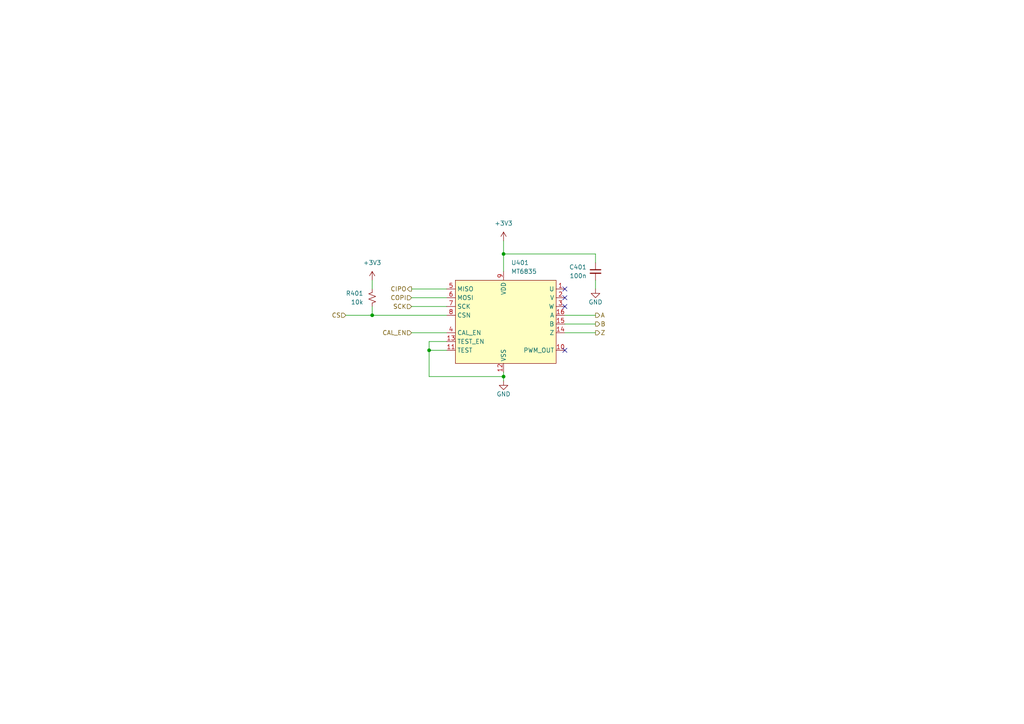
<source format=kicad_sch>
(kicad_sch (version 20231120) (generator "eeschema") (generator_version "8.0")
  (paper "A4")
  (title_block (title "MAGNETIC ENCODER 14 BIT") (date "2023-10-11") (rev "0.1") (company "matei repair lab"))
  (lib_symbols
    (symbol "Device:C_Small" (pin_numbers hide) (pin_names (offset 0.254) hide)
      (property "Reference" "C" (at 0.254 1.778 0))
      (property "Value" "C_Small" (at 0.254 -2.032 0))
      (symbol "C_Small_0_1"
        (polyline (pts (xy -1.524 -0.508) (xy 1.524 -0.508)) (stroke (width 0.3302)))
        (polyline (pts (xy -1.524 0.508) (xy 1.524 0.508)) (stroke (width 0.3048)))
      )
      (symbol "C_Small_1_1"
        (pin passive line (at 0 2.54 270) (length 2.032) (name "~") (number "1"))
        (pin passive line (at 0 -2.54 90) (length 2.032) (name "~") (number "2"))
      )
    )
    (symbol "Device:R_Small_US" (pin_numbers hide) (pin_names (offset 0.254) hide)
      (property "Reference" "R" (at 0.762 0.508 0))
      (property "Value" "R_Small_US" (at 0.762 -1.016 0))
      (symbol "R_Small_US_1_1"
        (polyline (pts (xy 0 0) (xy 1.016 -0.381) (xy 0 -0.762) (xy -1.016 -1.143) (xy 0 -1.524)))
        (polyline (pts (xy 0 1.524) (xy 1.016 1.143) (xy 0 0.762) (xy -1.016 0.381) (xy 0 0)))
        (pin passive line (at 0 2.54 270) (length 1.016) (name "~") (number "1"))
        (pin passive line (at 0 -2.54 90) (length 1.016) (name "~") (number "2"))
      )
    )
    (symbol "matei:MT6835"
      (property "Reference" "U" (at 0 6.35 0))
      (property "Value" "MT6835" (at 0 2.54 0))
      (symbol "MT6835_0_0"
        (pin output line (at 17.78 12.7 180) (length 2.54) (name "U") (number "1"))
        (pin output line (at 17.78 -5.08 180) (length 2.54) (name "PWM_OUT") (number "10"))
        (pin output line (at 17.78 0 180) (length 2.54) (name "Z") (number "14"))
        (pin output line (at 17.78 2.54 180) (length 2.54) (name "B") (number "15"))
        (pin output line (at 17.78 5.08 180) (length 2.54) (name "A") (number "16"))
        (pin output line (at 17.78 10.16 180) (length 2.54) (name "V") (number "2"))
        (pin output line (at 17.78 7.62 180) (length 2.54) (name "W") (number "3"))
        (pin input line (at -16.51 0 0) (length 2.54) (name "CAL_EN") (number "4"))
        (pin output line (at -16.51 12.7 0) (length 2.54) (name "MISO") (number "5"))
        (pin input line (at -16.51 10.16 0) (length 2.54) (name "MOSI") (number "6"))
        (pin input line (at -16.51 7.62 0) (length 2.54) (name "SCK") (number "7"))
        (pin input line (at -16.51 5.08 0) (length 2.54) (name "CSN") (number "8"))
      )
      (symbol "MT6835_0_1"
        (rectangle (start -13.97 15.24) (end 15.24 -8.89) (stroke (width 0.1524)) (fill (type background)))
      )
      (symbol "MT6835_1_0"
        (pin input line (at -16.51 -5.08 0) (length 2.54) (name "TEST") (number "11"))
        (pin power_in line (at 0 -11.43 90) (length 2.54) (name "VSS") (number "12"))
        (pin input line (at -16.51 -2.54 0) (length 2.54) (name "TEST_EN") (number "13"))
        (pin power_in line (at 0 17.78 270) (length 2.54) (name "VDD") (number "9"))
      )
    )
    (symbol "power:+3V3" (power) (pin_names (offset 0))
      (property "Value" "+3V3" (at 0 3.556 0))
      (symbol "+3V3_0_1"
        (polyline (pts (xy -0.762 1.27) (xy 0 2.54)))
        (polyline (pts (xy 0 0) (xy 0 2.54)))
        (polyline (pts (xy 0 2.54) (xy 0.762 1.27)))
      )
      (symbol "+3V3_1_1"
        (pin power_in line (at 0 0 90) (length 0) hide (name "+3V3") (number "1"))
      )
    )
    (symbol "power:GND" (power) (pin_names (offset 0))
      (property "Value" "GND" (at 0 -3.81 0))
      (symbol "GND_0_1"
        (polyline (pts (xy 0 0) (xy 0 -1.27) (xy 1.27 -1.27) (xy 0 -2.54) (xy -1.27 -1.27) (xy 0 -1.27)))
      )
      (symbol "GND_1_1"
        (pin power_in line (at 0 0 270) (length 0) hide (name "GND") (number "1"))
      )
    )
  )
  (junction (at 146.05 109.22))
  (junction (at 146.05 73.66))
  (junction (at 107.95 91.44))
  (junction (at 124.46 101.6))
  (no_connect (at 163.83 83.82))
  (no_connect (at 163.83 101.6))
  (no_connect (at 163.83 86.36))
  (no_connect (at 163.83 88.9))
  (wire (pts (xy 119.38 88.9) (xy 129.54 88.9)))
  (wire (pts (xy 146.05 109.22) (xy 146.05 110.49)))
  (wire (pts (xy 146.05 73.66) (xy 172.72 73.66)))
  (wire (pts (xy 124.46 109.22) (xy 146.05 109.22)))
  (wire (pts (xy 146.05 73.66) (xy 146.05 78.74)))
  (wire (pts (xy 119.38 86.36) (xy 129.54 86.36)))
  (wire (pts (xy 129.54 99.06) (xy 124.46 99.06)))
  (wire (pts (xy 163.83 93.98) (xy 172.72 93.98)))
  (wire (pts (xy 107.95 88.9) (xy 107.95 91.44)))
  (wire (pts (xy 119.38 83.82) (xy 129.54 83.82)))
  (wire (pts (xy 100.33 91.44) (xy 107.95 91.44)))
  (wire (pts (xy 124.46 101.6) (xy 129.54 101.6)))
  (wire (pts (xy 146.05 69.85) (xy 146.05 73.66)))
  (wire (pts (xy 107.95 91.44) (xy 129.54 91.44)))
  (wire (pts (xy 119.38 96.52) (xy 129.54 96.52)))
  (wire (pts (xy 172.72 73.66) (xy 172.72 76.2)))
  (wire (pts (xy 163.83 91.44) (xy 172.72 91.44)))
  (wire (pts (xy 124.46 99.06) (xy 124.46 101.6)))
  (wire (pts (xy 163.83 96.52) (xy 172.72 96.52)))
  (wire (pts (xy 172.72 81.28) (xy 172.72 83.82)))
  (wire (pts (xy 124.46 101.6) (xy 124.46 109.22)))
  (wire (pts (xy 107.95 81.28) (xy 107.95 83.82)))
  (wire (pts (xy 146.05 107.95) (xy 146.05 109.22)))
  (hierarchical_label "CIPO" (shape output) (at 119.38 83.82 180))
  (hierarchical_label "Z" (shape output) (at 172.72 96.52 0))
  (hierarchical_label "B" (shape output) (at 172.72 93.98 0))
  (hierarchical_label "CAL_EN" (shape input) (at 119.38 96.52 180))
  (hierarchical_label "SCK" (shape input) (at 119.38 88.9 180))
  (hierarchical_label "A" (shape output) (at 172.72 91.44 0))
  (hierarchical_label "COPI" (shape input) (at 119.38 86.36 180))
  (hierarchical_label "CS" (shape input) (at 100.33 91.44 180))
  (symbol (lib_id "power:GND") (at 146.05 110.49 0) (unit 1)
    (property "Reference" "#PWR0402" (effects (hide yes)))
    (property "Value" "GND" (at 146.05 114.3 0))
  )
  (symbol (lib_id "power:GND") (at 172.72 83.82 0) (unit 1)
    (property "Reference" "#PWR0403" (effects (hide yes)))
    (property "Value" "GND" (at 172.72 87.63 0))
  )
  (symbol (lib_id "power:+3V3") (at 146.05 69.85 0) (unit 1)
    (property "Reference" "#PWR0401" (effects (hide yes)))
    (property "Value" "+3V3" (at 146.05 64.77 0))
  )
  (symbol (lib_id "Device:R_Small_US") (at 107.95 86.36 0) (mirror y) (unit 1)
    (property "Reference" "R401" (at 105.41 85.09 0) (effects (justify left)))
    (property "Value" "10k" (at 105.41 87.63 0) (effects (justify left)))
    (property "Footprint" "Resistor_SMD:R_0402_1005Metric" (effects (hide yes)))
    (property "LCSC ID" "C25744" (effects (hide yes)))
    (instances (project "lemon-pepper" (path "" (reference "R401") (unit 1))) (project "stm32g431-mt6701-stspin233" (path "" (reference "R?") (unit 1)) (path "" (reference "R203") (unit 1))))
  )
  (symbol (lib_id "Device:C_Small") (at 172.72 78.74 0) (unit 1)
    (property "Reference" "C401" (at 170.18 77.4763 0) (effects (justify right)))
    (property "Value" "100n" (at 170.18 80.0163 0) (effects (justify right)))
    (property "Footprint" "Capacitor_SMD:C_0402_1005Metric" (effects (hide yes)))
    (property "LCSC ID" "C307331" (effects (hide yes)))
  )
  (symbol (lib_id "power:+3V3") (at 107.95 81.28 0) (unit 1)
    (property "Reference" "#PWR0404" (effects (hide yes)))
    (property "Value" "+3V3" (at 107.95 76.2 0))
    (instances (project "lemon-pepper" (path "" (reference "#PWR0404") (unit 1))) (project "stm32g431-mt6701-stspin233" (path "" (reference "#PWR0107") (unit 1)) (path "" (reference "#PWR0203") (unit 1))))
  )
  (symbol (lib_id "matei:MT6835") (at 146.05 96.52 0) (unit 1)
    (property "Reference" "U401" (at 148.2441 76.2 0) (effects (justify left)))
    (property "Value" "MT6835" (at 148.2441 78.74 0) (effects (justify left)))
    (property "Footprint" "matei:MagnTek TSSOP-16-1EP_4.4x5mm_P0.65mm" (effects (hide yes)))
    (property "Datasheet" "http://www.magntek.com.cn/upload/MT6835_Rev.1.2.pdf" (effects (hide yes)))
    (property "LCSC ID" "C2932578" (effects (hide yes)))
  )
)
</source>
